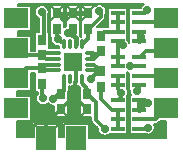
<source format=gtl>
G04 DipTrace 2.4.0.2*
%INECGADCBufferAry.gtl*%
%MOIN*%
%ADD13C,0.01*%
%ADD14C,0.012*%
%ADD15C,0.0118*%
%ADD16C,0.015*%
%ADD18C,0.006*%
%ADD19R,0.0276X0.0354*%
%ADD20R,0.08X0.0669*%
%ADD21R,0.0669X0.08*%
%ADD22R,0.0453X0.0173*%
%ADD25O,0.0118X0.0335*%
%ADD26O,0.0335X0.0118*%
%ADD27R,0.0591X0.0591*%
%ADD28C,0.028*%
%ADD29C,0.028*%
%FSLAX44Y44*%
G04*
G70*
G90*
G75*
G01*
%LNTop*%
%LPD*%
X6390Y6789D2*
D13*
X6688D1*
X6751Y6852D1*
X6390Y6593D2*
X6492D1*
X6751Y6852D1*
X6591Y6692D1*
X6533D1*
X5248Y6593D2*
D14*
X4915D1*
X4798Y6710D1*
X5248Y6789D2*
X4877D1*
X4798Y6710D1*
X4164D1*
X3937Y6937D1*
X5248Y6396D2*
X4930D1*
X4798Y6265D1*
X5248Y6199D2*
X4864D1*
X4798Y6265D1*
X4265D1*
X3937Y5937D1*
X6390Y6396D2*
X6526D1*
X6752Y6169D1*
X6390Y6199D2*
X6723D1*
X6752Y6169D1*
X6675D1*
X6409Y5904D1*
X7317Y8116D2*
Y7801D1*
Y7486D1*
X6873D1*
X6751Y7364D1*
X7317Y7171D2*
X7314Y7039D1*
Y6660D1*
Y6345D1*
X7491Y7039D2*
X7314D1*
X4798Y7222D2*
X4842D1*
Y8086D1*
X4782Y8146D1*
X5918Y5923D2*
Y5822D1*
X5906Y5811D1*
Y5372D1*
X5770Y5235D1*
X5755D1*
X5423Y4903D1*
X5770Y5235D2*
X5972D1*
X6304Y4904D1*
X5918Y5923D2*
Y6396D1*
X5976Y6338D1*
X4937Y3937D2*
Y4417D1*
X5423Y4903D1*
X5295Y8106D2*
Y8082D1*
X6291D1*
X6313Y8104D1*
X5812Y8103D2*
X6312D1*
X6313Y8104D1*
X5918Y5923D2*
D15*
Y6151D1*
D14*
Y6396D1*
X5819Y6494D1*
X7319Y4893D2*
Y4578D1*
Y4263D1*
X6752Y5658D2*
Y5252D1*
X7127Y4877D1*
X7303D1*
X7319Y4893D1*
X6304Y5416D2*
Y5596D1*
X6115Y5786D1*
Y5923D1*
X8027Y4263D2*
X8283D1*
X8317Y4297D1*
X6304Y5416D2*
X6308D1*
X6577Y5147D1*
Y4557D1*
X6876Y4258D1*
X5524Y5923D2*
Y5516D1*
X5423Y5415D1*
X8022Y5715D2*
Y5595D1*
X7947Y5519D1*
X5423Y5415D2*
X5335D1*
X5173Y5253D1*
X5295Y7594D2*
Y7294D1*
X5524Y7065D1*
X8022Y6345D2*
X7746D1*
X7741Y6340D1*
X5295Y7594D2*
Y7260D1*
X5314Y7242D1*
X6313Y7592D2*
Y7264D1*
X6115Y7065D1*
X8026Y8116D2*
X8205D1*
X8304Y8215D1*
X6313Y7592D2*
Y7552D1*
X6744Y7983D1*
Y8170D1*
X6706D1*
X7314Y6030D2*
Y5715D1*
Y5577D1*
X7429Y5461D1*
Y5318D1*
X7319Y5208D1*
X4798Y5753D2*
Y5289D1*
X4817Y5270D1*
X5918Y7065D2*
D16*
Y7281D1*
X5735Y7464D1*
X5675D1*
X8026Y7486D2*
Y7390D1*
X8089Y7327D1*
X8026Y7486D2*
Y7171D1*
X8027Y5208D2*
Y4893D1*
Y5208D2*
X8205D1*
X8313Y5100D1*
X8234D1*
X8027Y4893D1*
X8026Y7171D2*
Y7263D1*
X8089Y7327D1*
X5812Y7591D2*
X5802D1*
X5675Y7464D1*
X8026Y7801D2*
D14*
X8801D1*
X8937Y7937D1*
X8022Y6660D2*
X8056D1*
X8259Y6862D1*
X8862D1*
X8937Y6937D1*
X8022Y6030D2*
X8844D1*
X8937Y5937D1*
X8027Y4578D2*
X8578D1*
X8937Y4937D1*
D29*
X6533Y6692D3*
X6409Y5904D3*
X6876Y4258D3*
X5130Y4587D3*
X5536Y7943D3*
X5675Y7464D3*
X8304Y8215D3*
X8089Y7327D3*
X7741Y6340D3*
X7947Y5519D3*
X8313Y5100D3*
X8317Y4297D3*
X7491Y7039D3*
X7429Y5461D3*
X4782Y8146D3*
X5314Y7242D3*
X6706Y8170D3*
X5173Y5253D3*
X4817Y5270D3*
X4583Y4829D3*
X4311Y4285D3*
X4581Y7866D3*
X4435Y8356D2*
D18*
X4677D1*
X4886D2*
X5059D1*
X5531D2*
X5576D1*
X6850D2*
X8113D1*
X4435Y8298D2*
X4599D1*
X4964D2*
X5059D1*
X5531D2*
X5576D1*
X6906D2*
X8080D1*
X4435Y8239D2*
X4563D1*
X5001D2*
X5059D1*
X5531D2*
X5576D1*
X6934D2*
X6992D1*
X7641D2*
X7701D1*
X4435Y8180D2*
X4546D1*
X5017D2*
X5059D1*
X5531D2*
X5576D1*
X6944D2*
X6992D1*
X7641D2*
X7701D1*
X4435Y8122D2*
X4544D1*
X5018D2*
X5059D1*
X5531D2*
X5576D1*
X6939D2*
X6992D1*
X7641D2*
X7701D1*
X4435Y8063D2*
X4559D1*
X5004D2*
X5059D1*
X5531D2*
X5576D1*
X6919D2*
X6992D1*
X7641D2*
X7701D1*
X4435Y8004D2*
X4592D1*
X5000D2*
X5059D1*
X5531D2*
X5576D1*
X6903D2*
X6992D1*
X7641D2*
X7701D1*
X4435Y7946D2*
X4659D1*
X5000D2*
X5059D1*
X5531D2*
X5576D1*
X6898D2*
X6992D1*
X7641D2*
X7701D1*
X4435Y7887D2*
X4684D1*
X5000D2*
X5059D1*
X5531D2*
X5576D1*
X6868D2*
X6992D1*
X7641D2*
X7701D1*
X4435Y7828D2*
X4684D1*
X5000D2*
X5059D1*
X5531D2*
X5576D1*
X6811D2*
X6992D1*
X7641D2*
X7701D1*
X4435Y7770D2*
X4684D1*
X5000D2*
X5059D1*
X5531D2*
X5576D1*
X6752D2*
X6992D1*
X7641D2*
X7701D1*
X4435Y7711D2*
X4684D1*
X5000D2*
X5059D1*
X5531D2*
X5576D1*
X6694D2*
X6992D1*
X7641D2*
X7701D1*
X4435Y7652D2*
X4684D1*
X5000D2*
X5059D1*
X6635D2*
X6992D1*
X7641D2*
X7701D1*
X4435Y7594D2*
X4684D1*
X5000D2*
X5059D1*
X7641D2*
X7701D1*
X4435Y7535D2*
X4684D1*
X5000D2*
X5059D1*
X7641D2*
X7701D1*
X3993Y7476D2*
X4562D1*
X7641D2*
X7701D1*
X3993Y7417D2*
X4562D1*
X7641D2*
X7701D1*
X4435Y7359D2*
X4562D1*
X7641D2*
X7701D1*
X4435Y7300D2*
X4562D1*
X5033D2*
X5083D1*
X7641D2*
X7701D1*
X4435Y7241D2*
X4562D1*
X5033D2*
X5076D1*
X7641D2*
X7701D1*
X4435Y7183D2*
X4562D1*
X5033D2*
X5083D1*
X4435Y7124D2*
X4562D1*
X5033D2*
X5108D1*
X4435Y7065D2*
X4562D1*
X5033D2*
X5156D1*
X4435Y7007D2*
X4562D1*
X5033D2*
X5361D1*
X4435Y6948D2*
X4562D1*
X5033D2*
X5367D1*
X4435Y6889D2*
X4562D1*
X4435Y6068D2*
X4562D1*
X7639D2*
X7698D1*
X4435Y6009D2*
X4562D1*
X7639D2*
X7698D1*
X4435Y5950D2*
X4562D1*
X7639D2*
X7698D1*
X4435Y5892D2*
X4562D1*
X7639D2*
X7698D1*
X4435Y5833D2*
X4562D1*
X7639D2*
X7698D1*
X4435Y5774D2*
X4562D1*
X7639D2*
X7698D1*
X4435Y5715D2*
X4562D1*
X7639D2*
X7698D1*
X4435Y5657D2*
X4562D1*
X5682D2*
X6023D1*
X7639D2*
X7698D1*
X4435Y5598D2*
X4562D1*
X5682D2*
X6068D1*
X7639D2*
X7698D1*
X4435Y5539D2*
X4562D1*
X5682D2*
X6068D1*
X7654D2*
X7698D1*
X3981Y5481D2*
X4640D1*
X5678D2*
X6068D1*
X7667D2*
X7712D1*
X3981Y5422D2*
X4635D1*
X5659D2*
X6068D1*
X7664D2*
X7730D1*
X4435Y5363D2*
X4598D1*
X5659D2*
X6068D1*
X7645D2*
X7703D1*
X4435Y5305D2*
X4581D1*
X5659D2*
X6068D1*
X7643D2*
X7703D1*
X4435Y5246D2*
X4580D1*
X5659D2*
X6068D1*
X7643D2*
X7703D1*
X4435Y5187D2*
X4594D1*
X5659D2*
X6068D1*
X7643D2*
X7703D1*
X4435Y5129D2*
X4627D1*
X5659D2*
X6068D1*
X7643D2*
X7703D1*
X4435Y5070D2*
X4693D1*
X4941D2*
X5023D1*
X5659D2*
X6068D1*
X7643D2*
X7703D1*
X4435Y5011D2*
X5186D1*
X5659D2*
X6068D1*
X7643D2*
X7703D1*
X4435Y4953D2*
X5186D1*
X5659D2*
X6068D1*
X7643D2*
X7703D1*
X4435Y4894D2*
X5186D1*
X5659D2*
X6068D1*
X7643D2*
X7703D1*
X4435Y4835D2*
X5186D1*
X5659D2*
X6068D1*
X7643D2*
X7703D1*
X4435Y4776D2*
X5186D1*
X5659D2*
X6068D1*
X7643D2*
X7703D1*
X4435Y4718D2*
X5186D1*
X5659D2*
X6068D1*
X7643D2*
X7703D1*
X4435Y4659D2*
X5186D1*
X5659D2*
X6068D1*
X7643D2*
X7703D1*
X4435Y4600D2*
X6419D1*
X7643D2*
X7703D1*
X4435Y4542D2*
X6420D1*
X7643D2*
X7703D1*
X3976Y4483D2*
X6438D1*
X7643D2*
X7703D1*
X8705D2*
X8912D1*
X3975Y4424D2*
X4504D1*
X5370D2*
X5504D1*
X6370D2*
X6489D1*
X7643D2*
X7703D1*
X8517D2*
X8912D1*
X3975Y4366D2*
X4504D1*
X5370D2*
X5504D1*
X6370D2*
X6547D1*
X7643D2*
X7703D1*
X8544D2*
X8912D1*
X3975Y4307D2*
X4504D1*
X5370D2*
X5504D1*
X6370D2*
X6606D1*
X7643D2*
X7703D1*
X8555D2*
X8913D1*
X3974Y4248D2*
X4504D1*
X5370D2*
X5504D1*
X6370D2*
X6638D1*
X7643D2*
X7703D1*
X8550D2*
X8913D1*
X3974Y4190D2*
X4504D1*
X5370D2*
X5504D1*
X6370D2*
X6648D1*
X7643D2*
X7703D1*
X8529D2*
X8913D1*
X3974Y4131D2*
X4504D1*
X5370D2*
X5504D1*
X6370D2*
X6675D1*
X7643D2*
X7703D1*
X8486D2*
X8914D1*
X3973Y4072D2*
X4504D1*
X5370D2*
X5504D1*
X6370D2*
X6730D1*
X7022D2*
X8251D1*
X8383D2*
X8914D1*
X3973Y4014D2*
X4504D1*
X5370D2*
X5504D1*
X6370D2*
X8914D1*
X8653Y3955D2*
X8914D1*
X6610Y7633D2*
X6835D1*
X6873Y7638D1*
X6998D1*
Y7980D1*
Y8295D1*
X7636D1*
X7635Y7937D1*
X7636Y7950D1*
X7635Y7622D1*
X7636Y7635D1*
X7635Y7307D1*
X7636Y7320D1*
Y7221D1*
X7664Y7194D1*
X7683Y7171D1*
X7698Y7145D1*
X7707Y7125D1*
X7708Y7350D1*
X7707Y7337D1*
X7708Y7665D1*
X7707Y7652D1*
X7708Y7980D1*
X7707Y7967D1*
Y8295D1*
X8086D1*
X8097Y8320D1*
X8112Y8346D1*
X8131Y8370D1*
X8152Y8391D1*
X8187Y8415D1*
X3993D1*
X3992Y8363D1*
X4345Y8364D1*
X4429D1*
Y7510D1*
X3988D1*
X3986Y7364D1*
X4429D1*
Y6862D1*
X4568D1*
X4567Y6979D1*
Y7491D1*
X4689Y7492D1*
Y7933D1*
X4671Y7942D1*
X4646Y7958D1*
X4623Y7977D1*
X4602Y7998D1*
X4585Y8023D1*
X4570Y8049D1*
X4560Y8077D1*
X4553Y8106D1*
X4549Y8136D1*
X4550Y8166D1*
X4555Y8196D1*
X4563Y8224D1*
X4575Y8252D1*
X4590Y8278D1*
X4609Y8301D1*
X4630Y8322D1*
X4654Y8340D1*
X4680Y8355D1*
X4708Y8367D1*
X4737Y8374D1*
X4766Y8378D1*
X4796D1*
X4826Y8374D1*
X4855Y8367D1*
X4883Y8355D1*
X4909Y8341D1*
X4933Y8323D1*
X4954Y8302D1*
X4973Y8278D1*
X4988Y8252D1*
X5000Y8225D1*
X5009Y8196D1*
X5014Y8146D1*
X5012Y8116D1*
X5006Y8087D1*
X4994Y8052D1*
Y7491D1*
X5028D1*
X5027Y6952D1*
X5028Y6941D1*
X5248Y6942D1*
X5350Y6941D1*
X5357Y6940D1*
X5373Y6939D1*
X5372Y7001D1*
X5349Y7012D1*
X5319Y7009D1*
X5289Y7011D1*
X5259Y7016D1*
X5231Y7025D1*
X5203Y7037D1*
X5178Y7053D1*
X5155Y7072D1*
X5134Y7094D1*
X5117Y7118D1*
X5103Y7145D1*
X5092Y7173D1*
X5085Y7202D1*
X5082Y7232D1*
Y7262D1*
X5087Y7291D1*
X5097Y7324D1*
X5065D1*
X5066Y7864D1*
X5065Y7884D1*
Y8375D1*
X5525D1*
Y7641D1*
X5547Y7658D1*
X5581Y7676D1*
X5582Y7861D1*
Y8372D1*
X6042D1*
Y7393D1*
X6068Y7354D1*
X6080Y7321D1*
X6083Y7322D1*
X6084Y7862D1*
X6083Y7882D1*
Y8373D1*
X6543D1*
Y8336D1*
X6578Y8364D1*
X6604Y8379D1*
X6632Y8390D1*
X6661Y8398D1*
X6691Y8402D1*
X6721D1*
X6751Y8398D1*
X6780Y8390D1*
X6807Y8379D1*
X6833Y8364D1*
X6857Y8346D1*
X6879Y8325D1*
X6897Y8302D1*
X6913Y8276D1*
X6925Y8249D1*
X6933Y8220D1*
X6938Y8170D1*
X6937Y8140D1*
X6931Y8111D1*
X6921Y8082D1*
X6908Y8055D1*
X6896Y8037D1*
X6897Y7983D1*
X6894Y7953D1*
X6885Y7925D1*
X6871Y7898D1*
X6852Y7875D1*
X6610Y7633D1*
X4569Y5995D2*
X4568Y6112D1*
X4430D1*
X4429Y5554D1*
Y5510D1*
X3975D1*
Y5445D1*
Y5363D1*
X4255Y5364D1*
X4429D1*
Y4510D1*
X3969D1*
X3968Y4245D1*
X3967Y3973D1*
X4509Y3971D1*
X4510Y4429D1*
X5364D1*
Y3967D1*
X5511D1*
X5510Y4165D1*
Y4429D1*
X6364D1*
Y3963D1*
X6757Y3962D1*
X8919Y3954D1*
Y4254D1*
X8918Y4510D1*
X8725D1*
X8686Y4470D1*
X8662Y4451D1*
X8636Y4437D1*
X8607Y4428D1*
X8578Y4425D1*
X8509D1*
X8524Y4403D1*
X8536Y4375D1*
X8544Y4346D1*
X8549Y4297D1*
X8547Y4267D1*
X8542Y4237D1*
X8532Y4209D1*
X8519Y4182D1*
X8503Y4157D1*
X8483Y4134D1*
X8461Y4114D1*
X8436Y4097D1*
X8409Y4083D1*
X8381Y4073D1*
X8352Y4067D1*
X8322Y4064D1*
X8292Y4066D1*
X8263Y4071D1*
X8225Y4084D1*
X7709D1*
X7710Y4442D1*
X7709Y4429D1*
X7710Y4757D1*
X7709Y4744D1*
X7710Y5072D1*
X7709Y5059D1*
Y5387D1*
X7756D1*
X7735Y5422D1*
X7725Y5450D1*
X7718Y5479D1*
X7714Y5509D1*
X7715Y5536D1*
X7703D1*
X7704Y5894D1*
X7703Y5881D1*
Y6110D1*
X7658Y6123D1*
X7631Y6135D1*
X7632Y5999D1*
X7631Y5851D1*
X7632Y5864D1*
Y5574D1*
X7648Y5540D1*
X7656Y5511D1*
X7661Y5461D1*
X7659Y5431D1*
X7654Y5402D1*
X7637Y5359D1*
Y5029D1*
Y4714D1*
Y4399D1*
Y4084D1*
X7029D1*
X6995Y4058D1*
X6968Y4045D1*
X6940Y4035D1*
X6911Y4028D1*
X6881Y4026D1*
X6851Y4027D1*
X6822Y4032D1*
X6793Y4041D1*
X6766Y4053D1*
X6740Y4069D1*
X6717Y4088D1*
X6697Y4110D1*
X6679Y4134D1*
X6665Y4161D1*
X6654Y4189D1*
X6647Y4218D1*
X6644Y4248D1*
Y4275D1*
X6535Y4383D1*
X6469Y4449D1*
X6450Y4472D1*
X6436Y4498D1*
X6428Y4527D1*
X6425Y4557D1*
Y4634D1*
X6074D1*
Y5612D1*
X6005Y5679D1*
X5996Y5685D1*
X5969Y5672D1*
X5939Y5665D1*
X5910Y5664D1*
X5880Y5668D1*
X5852Y5679D1*
X5826Y5694D1*
X5819Y5700D1*
X5804Y5688D1*
X5777Y5675D1*
X5749Y5666D1*
X5719Y5664D1*
X5689Y5667D1*
X5676Y5671D1*
Y5516D1*
X5673Y5486D1*
X5653Y5414D1*
X5652Y5145D1*
X5653Y5125D1*
Y4633D1*
X5192D1*
Y5021D1*
X5148Y5022D1*
X5118Y5027D1*
X5090Y5036D1*
X5063Y5048D1*
X5037Y5064D1*
X5014Y5083D1*
X4987Y5113D1*
X4961Y5088D1*
X4936Y5071D1*
X4909Y5057D1*
X4881Y5047D1*
X4852Y5041D1*
X4822Y5038D1*
X4792Y5039D1*
X4762Y5044D1*
X4734Y5053D1*
X4706Y5066D1*
X4681Y5082D1*
X4658Y5101D1*
X4637Y5123D1*
X4620Y5147D1*
X4606Y5173D1*
X4595Y5201D1*
X4588Y5230D1*
X4585Y5260D1*
Y5290D1*
X4590Y5320D1*
X4598Y5349D1*
X4610Y5376D1*
X4625Y5402D1*
X4646Y5427D1*
Y5483D1*
X4568D1*
X4569Y6022D1*
X6083Y8373D2*
X6313Y8104D1*
X6543Y8373D2*
X6083Y7834D1*
X5065Y8375D2*
X5525Y7836D1*
Y8375D2*
X5065Y7836D1*
X5423Y4903D2*
X5653Y4633D1*
Y5172D2*
X5192Y4633D1*
X6074Y5173D2*
X6304Y4904D1*
X6074Y4634D1*
X5582Y8372D2*
X6042Y7833D1*
Y8372D2*
X5582Y7833D1*
X4510Y4429D2*
X4937Y3937D1*
X5364Y4429D2*
X4937Y3937D1*
D19*
X6751Y6852D3*
Y7364D3*
X4798Y6710D3*
Y7222D3*
X6313Y7592D3*
Y8104D3*
X4798Y6265D3*
Y5753D3*
X5295Y7594D3*
Y8106D3*
X6752Y6169D3*
Y5658D3*
X5423Y5415D3*
Y4903D3*
X6304Y5416D3*
Y4904D3*
X5812Y7591D3*
Y8103D3*
D20*
X8937Y7937D3*
Y6937D3*
Y5937D3*
Y4937D3*
X3937D3*
Y5937D3*
Y6937D3*
Y7937D3*
D21*
X5937Y3937D3*
X4937D3*
D22*
X8026Y7171D3*
Y7486D3*
Y7801D3*
Y8116D3*
X7317D3*
Y7801D3*
Y7486D3*
Y7171D3*
X8022Y5715D3*
Y6030D3*
Y6345D3*
Y6660D3*
X7314D3*
Y6345D3*
Y6030D3*
Y5715D3*
X8027Y4263D3*
Y4578D3*
Y4893D3*
Y5208D3*
X7319D3*
Y4893D3*
Y4578D3*
Y4263D3*
D25*
X6115Y7065D3*
X5918D3*
X5721D3*
X5524D3*
D26*
X5248Y6789D3*
Y6593D3*
Y6396D3*
Y6199D3*
D25*
X5524Y5923D3*
X5721D3*
X5918D3*
X6115D3*
D26*
X6390Y6199D3*
Y6396D3*
Y6593D3*
Y6789D3*
D27*
X5819Y6494D3*
D28*
X5976Y6651D3*
X5663D3*
Y6338D3*
X5976D3*
M02*

</source>
